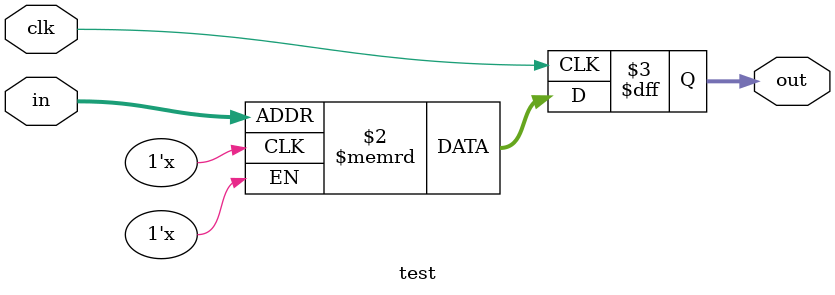
<source format=v>
`timescale 1ns / 1ps


//     `define ROTR32(n, sh) {n[sh - 1 : 0], n[31 : sh]}

//     function [31:0] sigma0;
//     input [31 : 0] w;

//     begin
//         sigma0 = (`ROTR32(w, 1)) ^ (`ROTR32(w, 8)) ^ (w >> 7);
//     end
//     endfunction

//     assign out = sigma0(in);

// endmodule

module test #(parameter LIMIT_ADDR_WIDTH = 0, NUM_ELEMENTS = 32) (
    output reg [31:0] out,
    input [2:0] in,
    input clk
    );

    reg [31:0] ram [7:0];

    always @(posedge clk) begin
        out <= ram[in];
    end

endmodule
</source>
